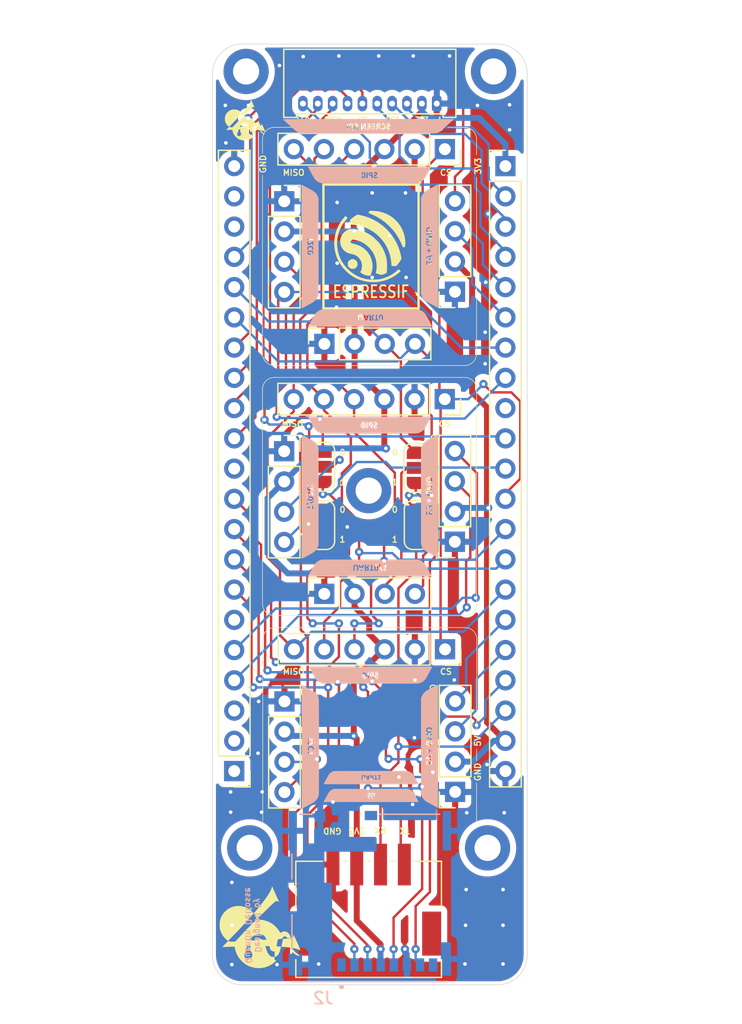
<source format=kicad_pcb>
(kicad_pcb (version 20221018) (generator pcbnew)
  (layers (0 "F.Cu" signal "F.Cu (Sig)") (31 "B.Cu" signal "B.Cu (Sig)") (34 "B.Paste" user) (35 "F.Paste" user) (36 "B.SilkS" user "B.Silkscreen") (37 "F.SilkS" user "F.Silkscreen") (38 "B.Mask" user) (39 "F.Mask" user) (44 "Edge.Cuts" user))
  (net 0 "")
  (net 1 "/I2C0_SDA")
  (net 2 "/I2C0{slash}1_SDA")
  (net 3 "/I2C1_SDA")
  (net 4 "/I2C0_SCL")
  (net 5 "/I2C0{slash}1_SCL")
  (net 6 "/I2C1_SCL")
  (net 7 "/UART0_TX")
  (net 8 "/UART0{slash}1_TX")
  (net 9 "/UART1_TX")
  (net 10 "/UART0_RX")
  (net 11 "/UART0{slash}1_RX")
  (net 12 "/UART1_RX")
  (net 13 "/SPI0_CS")
  (net 14 "GND")
  (net 15 "+3V3")
  (net 16 "/SPI0_CLK")
  (net 17 "/SPI0_MOSI")
  (net 18 "/SPI0_MISO")
  (net 19 "+5V")
  (net 20 "/GPIO15")
  (net 21 "/GPIO14")
  (net 22 "/GPIO45")
  (net 23 "/GPIO4")
  (net 24 "/GPIO26")
  (net 25 "/GPIO21")
  (net 26 "/GPIO0_D{slash}C")
  (net 27 "/GPIO1_RST")
  (net 28 "/GPIO2_SDCS")
  (net 29 "/GPIO3_LED")
  (net 32 "/SPI1_CS")
  (net 33 "/SPI1_MOSI")
  (net 34 "/SPI1_CLK")
  (net 35 "/SPI1_MISO")
  (net 37 "/SPI2_MISO")
  (net 38 "/SPI2_CLK")
  (net 39 "/SPI2_MOSI")
  (net 40 "/SPI2_CS")
  (footprint "Connector_PinHeader_2.54mm:PinHeader_1x21_P2.54mm_Vertical" (layer "F.Cu") (at 155.9 98.05 180)
    (fp_text reference "J3" hide)
    (fp_text value "ESP32_Conn_J3")
  )
  (footprint "Connector_PinSocket_2.54mm:PinSocket_1x04_P2.54mm_Vertical" (layer "F.Cu") (at 160.1 71.192893)
    (fp_text reference "J21" hide)
    (fp_text value "Conn_01x04_Female")
  )
  (footprint "Jumper:SolderJumper-3_P1.3mm_Open_RoundedPad1.0x1.5mm" (layer "F.Cu") (at 171.1575 72.592893 -90)
    (fp_text reference "JP4" hide)
    (fp_text value "SolderJumper_3_Open")
  )
  (footprint "Jumper:SolderJumper-3_P1.3mm_Open_RoundedPad1.0x1.5mm" (layer "F.Cu") (at 163.3425 72.5 -90)
    (fp_text reference "JP2" hide)
    (fp_text value "SolderJumper_3_Open")
  )
  (footprint "Connector_PinSocket_2.54mm:PinSocket_1x06_P2.54mm_Vertical" (layer "F.Cu") (at 173.607107 45.825 -90)
    (fp_text reference "J10" hide)
    (fp_text value "Conn_01x06_Female")
  )
  (footprint "Connector_PinSocket_2.54mm:PinSocket_1x04_P2.54mm_Vertical" (layer "F.Cu") (at 160.125 92.2)
    (fp_text reference "J31" hide)
    (fp_text value "Conn_01x04_Female")
  )
  (footprint "Connector_PinSocket_2.54mm:PinSocket_1x04_P2.54mm_Vertical" (layer "F.Cu") (at 174.475 99.8 180)
    (fp_text reference "J33" hide)
    (fp_text value "Conn_01x04_Female")
  )
  (footprint "LOGO" (layer "F.Cu") (at 156.7 43.5 90)
    (fp_text reference "G***" hide)
    (fp_text value "LOGO" hide)
  )
  (footprint "Connector_PinSocket_2.54mm:PinSocket_1x06_P2.54mm_Vertical" (layer "F.Cu") (at 173.6 66.817893 -90)
    (fp_text reference "J20" hide)
    (fp_text value "Conn_01x06_Female")
  )
  (footprint "KiCAD_Components_Footprints_Local:Conn_seed_114020164" (layer "F.Cu") (at 170.2 105.9 180)
    (fp_text reference "J32" hide)
    (fp_text value "114020164" hide)
  )
  (footprint "Connector_Molex:Molex_PicoBlade_53048-1010_1x10_P1.25mm_Horizontal" (layer "F.Cu") (at 172.925 42 180)
    (fp_text reference "J40" hide)
    (fp_text value "Screen_connector")
  )
  (footprint "MountingHole:MountingHole_2.2mm_M2_DIN965_Pad_TopBottom" (layer "F.Cu") (at 156.9 39.3)
    (fp_text reference "H0" hide)
    (fp_text value "MountingHole")
  )
  (footprint "Connector_PinSocket_2.54mm:PinSocket_1x04_P2.54mm_Vertical" (layer "F.Cu") (at 160.107107 50.2)
    (fp_text reference "J11" hide)
    (fp_text value "Conn_01x04_Female")
  )
  (footprint "Connector_PinHeader_2.54mm:PinHeader_1x21_P2.54mm_Vertical" (layer "F.Cu") (at 178.7 47.25)
    (fp_text reference "J1" hide)
    (fp_text value "ESP32_Conn_J1")
  )
  (footprint "Connector_PinSocket_2.54mm:PinSocket_1x04_P2.54mm_Vertical" (layer "F.Cu") (at 174.457107 57.8 180)
    (fp_text reference "J13" hide)
    (fp_text value "Conn_01x04_Female")
  )
  (footprint "Connector_PinSocket_2.54mm:PinSocket_1x04_P2.54mm_Vertical" (layer "F.Cu") (at 163.475 83.167893 90)
    (fp_text reference "J22" hide)
    (fp_text value "Conn_01x04_Female")
  )
  (footprint "MountingHole:MountingHole_2.2mm_M2_DIN965_Pad_TopBottom" (layer "F.Cu") (at 177.2 104.5)
    (fp_text reference "H2" hide)
    (fp_text value "MountingHole")
  )
  (footprint "Connector_PinSocket_2.54mm:PinSocket_1x04_P2.54mm_Vertical" (layer "F.Cu") (at 163.482107 62.175 90)
    (fp_text reference "J12" hide)
    (fp_text value "Conn_01x04_Female")
  )
  (footprint "Jumper:SolderJumper-3_P1.3mm_Open_RoundedPad1.0x1.5mm" (layer "F.Cu") (at 163.3425 77.392893 -90)
    (fp_text reference "JP1" hide)
    (fp_text value "SolderJumper_3_Open")
  )
  (footprint "LOGO" (layer "F.Cu") (at 167.3 54)
    (fp_text reference "G***" hide)
    (fp_text value "LOGO" hide)
  )
  (footprint "Connector_PinSocket_2.54mm:PinSocket_1x04_P2.54mm_Vertical" (layer "F.Cu") (at 174.45 78.792893 180)
    (fp_text reference "J23" hide)
    (fp_text value "Conn_01x04_Female")
  )
  (footprint "MountingHole:MountingHole_2.2mm_M2_DIN965_Pad_TopBottom" (layer "F.Cu") (at 167.2 74.5)
    (fp_text reference "H4" hide)
    (fp_text value "MountingHole")
  )
  (footprint "Jumper:SolderJumper-3_P1.3mm_Open_RoundedPad1.0x1.5mm" (layer "F.Cu") (at 171.2 77.392893 -90)
    (fp_text reference "JP3" hide)
    (fp_text value "SolderJumper_3_Open")
  )
  (footprint "Connector_PinSocket_2.54mm:PinSocket_1x06_P2.54mm_Vertical" (layer "F.Cu") (at 173.625 87.825 -90)
    (fp_text reference "J30" hide)
    (fp_text value "Conn_01x06_Female")
  )
  (footprint "MountingHole:MountingHole_2.2mm_M2_DIN965_Pad_TopBottom" (layer "F.Cu") (at 157.2 104.5)
    (fp_text reference "H3" hide)
    (fp_text value "MountingHole")
  )
  (footprint "MountingHole:MountingHole_2.2mm_M2_DIN965_Pad_TopBottom" (layer "F.Cu") (at 177.7 39.3)
    (fp_text reference "H1" hide)
    (fp_text value "MountingHole")
  )
  (footprint "LOGO" (layer "F.Cu") (at 157.85 111.4 90)
    (fp_text reference "G***" hide)
    (fp_text value "LOGO" hide)
  )
  (footprint "LOGO" (layer "B.Cu") (at 167.3 69)
    (fp_text reference "G***" hide)
    (fp_text value "LOGO" hide)
  )
  (footprint "LOGO" (layer "B.Cu") (at 167.4 90)
    (fp_text reference "G***" hide)
    (fp_text value "LOGO" hide)
  )
  (footprint "LOGO" (layer "B.Cu") (at 162.3 75 90)
    (fp_text reference "G***" hide)
    (fp_text value "LOGO" hide)
  )
  (footprint "LOGO" (layer "B.Cu") (at 167.3 60 180)
    (fp_text reference "G***" hide)
    (fp_text value "LOGO" hide)
  )
  (footprint "LOGO" (layer "B.Cu") (at 167.3 81 180)
    (fp_text reference "G***" hide)
    (fp_text value "LOGO" hide)
  )
  (footprint "LOGO" (layer "B.Cu") (at 167.4 100.1 180)
    (fp_text reference "G***" hide)
    (fp_text value "LOGO" hide)
  )
  (footprint "LOGO" (layer "B.Cu") (at 172.3 75 -90)
    (fp_text reference "G***" hide)
    (fp_text value "LOGO" hide)
  )
  (footprint "LOGO" (layer "B.Cu") (at 167.4 98.6 180)
    (fp_text reference "G***" hide)
    (fp_text value "LOGO" hide)
  )
  (footprint "LOGO" (layer "B.Cu") (at 167.3 48)
    (fp_text reference "G***" hide)
    (fp_text value "LOGO" hide)
  )
  (footprint "0_Connectors:MOLEX_503398-1892" (layer "B.Cu") (at 167.3 108.7)
    (fp_text reference "J2")
    (fp_text value "Mico_SD_Socket")
  )
  (footprint "LOGO" (layer "B.Cu") (at 167.2 43.9)
    (fp_text reference "G***" hide)
    (fp_text value "LOGO" hide)
  )
  (footprint "LOGO" (layer "B.Cu") (at 172.3 54 -90)
    (fp_text reference "G***" hide)
    (fp_text value "LOGO" hide)
  )
  (footprint "LOGO" (layer "B.Cu") (at 162.3 96 90)
    (fp_text reference "G***" hide)
    (fp_text value "LOGO" hide)
  )
  (footprint "LOGO" (layer "B.Cu") (at 172.3 96 -90)
    (fp_text reference "G***" hide)
    (fp_text value "LOGO" hide)
  )
  (footprint "LOGO" (layer "B.Cu") (at 162.3 54 90)
    (fp_text reference "G***" hide)
    (fp_text value "LOGO" hide)
  )
  (gr_line (start 158.275 83.992893) (end 158.275 65.992893) (stroke (width 0.05)) (layer "F.SilkS"))
  (gr_line (start 159.3 86) (end 175.3 86) (stroke (width 0.05)) (layer "F.SilkS"))
  (gr_line (start 176.275 48.2) (end 176.275 62.992893) (stroke (width 0.05)) (layer "F.SilkS"))
  (gr_arc (start 175.275 43.992893) (mid 175.982107 44.285786) (end 176.275 44.992893) (stroke (width 0.05)) (layer "F.SilkS"))
  (gr_line (start 159.275 64.992893) (end 175.275 64.992893) (stroke (width 0.05)) (layer "F.SilkS"))
  (gr_line (start 175.275 63.992893) (end 159.275 63.992893) (stroke (width 0.05)) (layer "F.SilkS"))
  (gr_arc (start 158.275 65.992893) (mid 158.567893 65.285786) (end 159.275 64.992893) (stroke (width 0.05)) (layer "F.SilkS"))
  (gr_arc (start 159.275 84.992893) (mid 158.567893 84.7) (end 158.275 83.992893) (stroke (width 0.05)) (layer "F.SilkS"))
  (gr_line (start 163.4 59.2) (end 163.4 48.8) (stroke (width 0.2)) (layer "F.SilkS"))
  (gr_line (start 163.4 48.8) (end 171.4 48.8) (stroke (width 0.2)) (layer "F.SilkS"))
  (gr_line (start 176.275 99.05) (end 176.275 102.275) (stroke (width 0.05)) (layer "F.SilkS"))
  (gr_line (start 158.275 62.992893) (end 158.275 48) (stroke (width 0.05)) (layer "F.SilkS"))
  (gr_arc (start 175.3 86) (mid 176.007107 86.292893) (end 176.3 87) (stroke (width 0.05)) (layer "F.SilkS"))
  (gr_line (start 171.4 59.2) (end 163.4 59.2) (stroke (width 0.2)) (layer "F.SilkS"))
  (gr_line (start 175.275 84.992893) (end 159.275 84.992893) (stroke (width 0.05)) (layer "F.SilkS"))
  (gr_line (start 158.3 94.7) (end 158.3 87) (stroke (width 0.05)) (layer "F.SilkS"))
  (gr_line (start 176.275 46.3) (end 176.275 44.992893) (stroke (width 0.05)) (layer "F.SilkS"))
  (gr_arc (start 158.275 44.992893) (mid 158.567893 44.285786) (end 159.275 43.992893) (stroke (width 0.05)) (layer "F.SilkS"))
  (gr_line (start 176.275 96.2) (end 176.275 97.175) (stroke (width 0.05)) (layer "F.SilkS"))
  (gr_arc (start 158.3 87) (mid 158.592893 86.292893) (end 159.3 86) (stroke (width 0.05)) (layer "F.SilkS"))
  (gr_line (start 171.4 48.8) (end 171.4 59.2) (stroke (width 0.2)) (layer "F.SilkS"))
  (gr_line (start 158.3 102.3) (end 158.3 94.7) (stroke (width 0.05)) (layer "F.SilkS"))
  (gr_arc (start 175.275 64.992893) (mid 175.982107 65.285786) (end 176.275 65.992893) (stroke (width 0.05)) (layer "F.SilkS"))
  (gr_line (start 158.275 46.2) (end 158.275 44.992893) (stroke (width 0.05)) (layer "F.SilkS"))
  (gr_line (start 159.275 43.992893) (end 162.125 43.992893) (stroke (width 0.05)) (layer "F.SilkS"))
  (gr_line (start 176.275 65.992893) (end 176.275 83.992893) (stroke (width 0.05)) (layer "F.SilkS"))
  (gr_arc (start 176.275 62.992893) (mid 175.982107 63.7) (end 175.275 63.992893) (stroke (width 0.05)) (layer "F.SilkS"))
  (gr_line (start 173.85 43.992893) (end 175.275 43.992893) (stroke (width 0.05)) (layer "F.SilkS"))
  (gr_arc (start 159.275 63.992893) (mid 158.567893 63.7) (end 158.275 62.992893) (stroke (width 0.05)) (layer "F.SilkS"))
  (gr_line (start 176.3 87) (end 176.3 94.775) (stroke (width 0.05)) (layer "F.SilkS"))
  (gr_arc (start 176.275 83.992893) (mid 175.982107 84.7) (end 175.275 84.992893) (stroke (width 0.05)) (layer "F.SilkS"))
  (gr_line (start 180.53 39.5) (end 180.53 113.5) (stroke (width 0.05)) (layer "Edge.Cuts"))
  (gr_arc (start 180.53 113.5) (mid 179.797767 115.267767) (end 178.03 116) (stroke (width 0.05)) (layer "Edge.Cuts"))
  (gr_arc (start 156.57 116) (mid 154.802233 115.267767) (end 154.07 113.5) (stroke (width 0.05)) (layer "Edge.Cuts"))
  (gr_line (start 156.57 37) (end 178.03 37) (stroke (width 0.05)) (layer "Edge.Cuts"))
  (gr_line (start 154.07 113.5) (end 154.07 39.5) (stroke (width 0.05)) (layer "Edge.Cuts"))
  (gr_arc (start 178.03 37) (mid 179.797767 37.732233) (end 180.53 39.5) (stroke (width 0.05)) (layer "Edge.Cuts"))
  (gr_arc (start 154.07 39.5) (mid 154.802233 37.732233) (end 156.57 37) (stroke (width 0.05)) (layer "Edge.Cuts"))
  (gr_line (start 178.03 116) (end 156.57 116) (stroke (width 0.05)) (layer "Edge.Cuts"))
  (gr_text "Designed by\nQuentin Delfosse" (at 157.5 111 270) (layer "B.SilkS") (effects (font (size 0.5 0.5) (thickness 0.1)) (justify mirror)))
  (gr_text "GPIO14" (at 172.6 92.1 270) (layer "F.SilkS") (effects (font (size 0.5 0.5) (thickness 0.1))))
  (gr_text "CLK" (at 166 47.8) (layer "F.SilkS") (effects (font (size 0.5 0.5) (thickness 0.1))))
  (gr_text "SDA" (at 162 99.8 90) (layer "F.SilkS") (effects (font (size 0.5 0.5) (thickness 0.1))))
  (gr_text "MISO" (at 160.9 47.8) (layer "F.SilkS") (effects (font (size 0.5 0.5) (thickness 0.1))))
  (gr_text "SD_CS" (at 167.9 44) (layer "F.SilkS") (effects (font (size 0.5 0.4) (thickness 0.1))))
  (gr_text "CLK" (at 162.9 44) (layer "F.SilkS") (effects (font (size 0.5 0.4) (thickness 0.1))))
  (gr_text "GND" (at 161.9925 71.3 90) (layer "F.SilkS") (effects (font (size 0.5 0.5) (thickness 0.1))))
  (gr_text "1" (at 169.4 78.6) (layer "F.SilkS") (effects (font (size 0.5 0.5) (thickness 0.1))))
  (gr_text "1" (at 165 78.6) (layer "F.SilkS") (effects (font (size 0.5 0.5) (thickness 0.1))))
  (gr_text "ESPRESSIF" (at 167.4 57.8) (layer "F.SilkS") (effects (font (size 1 0.8))))
  (gr_text "CS" (at 173.7 47.8) (layer "F.SilkS") (effects (font (size 0.5 0.5) (thickness 0.1))))
  (gr_text "5V" (at 172.5 97.3 270) (layer "F.SilkS") (effects (font (size 0.5 0.5) (thickness 0.1))))
  (gr_text "0" (at 165 76.1) (layer "F.SilkS") (effects (font (size 0.5 0.5) (thickness 0.1))))
  (gr_text "D/C" (at 170.4 44) (layer "F.SilkS") (effects (font (size 0.5 0.4) (thickness 0.1))))
  (gr_text "SCL" (at 162 76.192893 90) (layer "F.SilkS") (effects (font (size 0.5 0.5) (thickness 0.1))))
  (gr_text "GPIO4" (at 172.4 52.807107 270) (layer "F.SilkS") (effects (font (size 0.5 0.5) (thickness 0.1))))
  (gr_text "5V" (at 172.6 76.4 270) (layer "F.SilkS") (effects (font (size 0.5 0.5) (thickness 0.1))))
  (gr_text "GND" (at 176.375 98.125 90) (layer "F.SilkS") (effects (font (size 0.5 0.5) (thickness 0.1))))
  (gr_text "MOSI" (at 163.6 89.7) (layer "F.SilkS") (effects (font (size 0.5 0.5) (thickness 0.1))))
  (gr_text "0" (at 169.4 76.1) (layer "F.SilkS") (effects (font (size 0.5 0.5) (thickness 0.1))))
  (gr_text "MISO" (at 160.9 89.7) (layer "F.SilkS") (effects (font (size 0.5 0.5) (thickness 0.1))))
  (gr_text "GND" (at 172.6075 78.799999 270) (layer "F.SilkS") (effects (font (size 0.5 0.5) (thickness 0.1))))
  (gr_text "GND" (at 172.9 44) (layer "F.SilkS") (effects (font (size 0.5 0.4) (thickness 0.1))))
  (gr_text "GPIO26" (at 172.7 71.1 270) (layer "F.SilkS") (effects (font (size 0.5 0.5) (thickness 0.1))))
  (gr_text "GND" (at 172.4075 57.699999 270) (layer "F.SilkS") (effects (font (size 0.5 0.5) (thickness 0.1))))
  (gr_text "CLK" (at 166 89.7) (layer "F.SilkS") (effects (font (size 0.5 0.5) (thickness 0.1))))
  (gr_text "GND" (at 163.5 60.3 180) (layer "F.SilkS") (effects (font (size 0.5 0.5) (thickness 0.1))))
  (gr_text "SCL" (at 162.1 97.192893 90) (layer "F.SilkS") (effects (font (size 0.5 0.5) (thickness 0.1))))
  (gr_text "TX" (at 171.1 81.3 180) (layer "F.SilkS") (effects (font (size 0.5 0.5) (thickness 0.1))))
  (gr_text "1" (at 169.4 73.8) (layer "F.SilkS") (effects (font (size 0.5 0.5) (thickness 0.1))))
  (gr_text "3V3" (at 162.2 52.7 90) (layer "F.SilkS") (effects (font (size 0.5 0.5) (thickness 0.1))))
  (gr_text "3V3" (at 166.2 103.05 180) (layer "F.SilkS") (effects (font (size 0.5 0.5) (thickness 0.1))))
  (gr_text "3V3" (at 168.5 68.9) (layer "F.SilkS") (effects (font (size 0.5 0.5) (thickness 0.1))))
  (gr_text "MISO" (at 160.8 68.9) (layer "F.SilkS") (effects (font (size 0.5 0.5) (thickness 0.1))))
  (gr_text "GND" (at 172.5075 99.699999 270) (layer "F.SilkS") (effects (font (size 0.5 0.5) (thickness 0.1))))
  (gr_text "CS" (at 166.7 43.4) (layer "F.SilkS") (effects (font (size 0.5 0.4) (thickness 0.1))))
  (gr_text "3V3" (at 168.6 47.8) (layer "F.SilkS") (effects (font (size 0.5 0.5) (thickness 0.1))))
  (gr_text "SDA" (at 162.1 57.8 90) (layer "F.SilkS") (effects (font (size 0.5 0.5) (thickness 0.1))))
  (gr_text "0" (at 165 71.3) (layer "F.SilkS") (effects (font (size 0.5 0.5) (thickness 0.1))))
  (gr_text "GND" (at 171.1 47.8) (layer "F.SilkS") (effects (font (size 0.5 0.5) (thickness 0.1))))
  (gr_text "GPIO5" (at 172.5 50.2 270) (layer "F.SilkS") (effects (font (size 0.5 0.5) (thickness 0.1))))
  (gr_text "3V3" (at 162 73.7 90) (layer "F.SilkS") (effects (font (size 0.5 0.5) (thickness 0.1))))
  (gr_text "MOSI" (at 163.6 47.8) (layer "F.SilkS") (effects (font (size 0.5 0.5) (thickness 0.1))))
  (gr_text "RX" (at 168.5 81.3 180) (layer "F.SilkS") (effects (font (size 0.5 0.5) (thickness 0.1))))
  (gr_text "3V3" (at 162.1 94.7 90) (layer "F.SilkS") (effects (font (size 0.5 0.5) (thickness 0.1))))
  (gr_text "GND" (at 162.0925 92.3 90) (layer "F.SilkS") (effects (font (size 0.5 0.5) (thickness 0.1))))
  (gr_text "3V3" (at 168.6 89.7) (layer "F.SilkS") (effects (font (size 0.5 0.5) (thickness 0.1))))
  (gr_text "GND" (at 171.1 89.7) (layer "F.SilkS") (effects (font (size 0.5 0.5) (thickness 0.1))))
  (gr_text "CS" (at 173.6 68.9) (layer "F.SilkS") (effects (font (size 0.5 0.5) (thickness 0.1))))
  (gr_text "GPIO21" (at 172.6 74 270) (layer "F.SilkS") (effects (font (size 0.5 0.5) (thickness 0.1))))
  (gr_text "RX" (at 168.2 103.025 180) (layer "F.SilkS") (effects (font (size 0.5 0.5) (thickness 0.1))))
  (gr_text "3V3" (at 176.4 47.25 90) (layer "F.SilkS") (effects (font (size 0.5 0.5) (thickness 0.1))))
  (gr_text "TX" (at 171.2 60.3 180) (layer "F.SilkS") (effects (font (size 0.5 0.5) (thickness 0.1))))
  (gr_text "5V" (at 176.375 95.525 90) (layer "F.SilkS") (effects (font (size 0.5 0.5) (thickness 0.1))))
  (gr_text "3V3" (at 166.1 81.3 180) (layer "F.SilkS") (effects (font (size 0.5 0.5) (thickness 0.1))))
  (gr_text "RX" (at 168.6 60.3 180) (layer "F.SilkS") (effects (font (size 0.5 0.5) (thickness 0.1))))
  (gr_text "GND" (at 162.1925 50.3 90) (layer "F.SilkS") (effects (font (size 0.5 0.5) (thickness 0.1))))
  (gr_text "0" (at 169.4 71.3) (layer "F.SilkS") (effects (font (size 0.5 0.5) (thickness 0.1))))
  (gr_text "GND" (at 171 68.9) (layer "F.SilkS") (effects (font (size 0.5 0.5) (thickness 0.1))))
  (gr_text "1" (at 165 73.8) (layer "F.SilkS") (effects (font (size 0.5 0.5) (thickness 0.1))))
  (gr_text "SCL" (at 162.2 55.192893 90) (layer "F.SilkS") (effects (font (size 0.5 0.5) (thickness 0.1))))
  (gr_text "3V3" (at 171.7 43.4) (layer "F.SilkS") (effects (font (size 0.5 0.4) (thickness 0.1))))
  (gr_text "5V" (at 172.4 55.3 270) (layer "F.SilkS") (effects (font (size 0.5 0.5) (thickness 0.1))))
  (gr_text "GND" (at 163.5 81.3 180) (layer "F.SilkS") (effects (font (size 0.5 0.5) (thickness 0.1))))
  (gr_text "RST" (at 169.2 43.4) (layer "F.SilkS") (effects (font (size 0.5 0.4) (thickness 0.1))))
  (gr_text "MOSI" (at 165.5 44) (layer "F.SilkS") (effects (font (size 0.5 0.4) (thickness 0.1))))
  (gr_text "GND" (at 158.325 47.075 90) (layer "F.SilkS") (effects (font (size 0.5 0.5) (thickness 0.1))))
  (gr_text "MISO" (at 164.2 43.4) (layer "F.SilkS") (effects (font (size 0.5 0.4) (thickness 0.1))))
  (gr_text "MOSI" (at 163.5 68.9) (layer "F.SilkS") (effects (font (size 0.5 0.5) (thickness 0.1))))
  (gr_text "GPIO15" (at 172.5 94.9 270) (layer "F.SilkS") (effects (font (size 0.5 0.5) (thickness 0.1))))
  (gr_text "TX" (at 170.25 103.05 180) (layer "F.SilkS") (effects (font (size 0.5 0.5) (thickness 0.1))))
  (gr_text "SDA" (at 161.9 78.8 90) (layer "F.SilkS") (effects (font (size 0.5 0.5) (thickness 0.1))))
  (gr_text "GND" (at 164.15 103.075 180) (layer "F.SilkS") (effects (font (size 0.5 0.5) (thickness 0.1))))
  (gr_text "LED" (at 161.7 43.4) (layer "F.SilkS") (effects (font (size 0.5 0.4) (thickness 0.1))))
  (gr_text "CLK" (at 165.9 68.9) (layer "F.SilkS") (effects (font (size 0.5 0.5) (thickness 0.1))))
  (gr_text "CS" (at 173.7 89.7) (layer "F.SilkS") (effects (font (size 0.5 0.5) (thickness 0.1))))
  (gr_text "3V3" (at 166.1 60.3 180) (layer "F.SilkS") (effects (font (size 0.5 0.5) (thickness 0.1))))
  (segment (start 162.15 69.1) (end 162.2 69.15) (width 0.2) (layer "F.Cu") (net 1))
  (segment (start 162.2 69.15) (end 162.2 75) (width 0.2) (layer "F.Cu") (net 1))
  (segment (start 160.107107 57.82) (end 159.6 58.327107) (width 0.2) (layer "F.Cu") (net 1))
  (segment (start 159.6 65.3) (end 158.45 66.45) (width 0.2) (layer "F.Cu") (net 1))
  (segment (start 159.6 58.327107) (end 159.6 65.3) (width 0.2) (layer "F.Cu") (net 1))
  (segment (start 163.292893 76.092893) (end 163.3425 76.092893) (width 0.2) (layer "F.Cu") (net 1))
  (segment (start 162.2 75) (end 163.292893 76.092893) (width 0.2) (layer "F.Cu") (net 1))
  (segment (start 158.45 66.45) (end 158.45 68.55) (width 0.2) (layer "F.Cu") (net 1))
  (via (at 158.45 68.55) (size 0.7) (drill 0.3) (layers "F.Cu" "B.Cu") (net 1))
  (via (at 162.15 69.1) (size 0.7) (drill 0.3) (layers "F.Cu" "B.Cu") (net 1))
  (segment (start 170.32 57.82) (end 174.99 62.49) (width 0.2) (layer "B.Cu") (net 1))
  (segment (start 174.99 62.49) (end 178.7 62.49) (width 0.2) (layer "B.Cu") (net 1))
  (segment (start 160.107107 57.82) (end 170.32 57.82) (width 0.2) (layer "B.Cu") (net 1))
  (segment (start 162.15 69.1) (end 162 68.95) (width 0.2) (layer "B.Cu") (net 1))
  (segment (start 162 68.95) (end 158.85 68.95) (width 0.2) (layer "B.Cu") (net 1))
  (segment (start 158.85 68.95) (end 158.45 68.55) (width 0.2) (layer "B.Cu") (net 1))
  (segment (start 163.3425 77.392893) (end 162.242893 77.392893) (width 0.2) (layer "F.Cu") (net 2))
  (segment (start 162.242893 77.392893) (end 162.15 77.3) (width 0.2) (layer "F.Cu") (net 2))
  (via (at 162.15 77.3) (size 0.7) (drill 0.3) (layers "F.Cu" "B.Cu") (net 2))
  (segment (start 161.612893 77.3) (end 160.1 78.812893) (width 0.2) (layer "B.Cu") (net 2))
  (segment (start 162.15 77.3) (end 161.612893 77.3) (width 0.2) (layer "B.Cu") (net 2))
  (segment (start 163.3425 78.692893) (end 163.307107 78.692893) (width 0.2) (layer "F.Cu") (net 3))
  (segment (start 162.075 97.87) (end 160.125 99.82) (width 0.2) (layer "F.Cu") (net 3))
  (segment (start 163.307107 78.692893) (end 161.5 80.5) (width 0.2) (layer "F.Cu") (net 3))
  (segment (start 161.45 77.85) (end 161.45 69.95) (width 0.2) (layer "F.Cu") (net 3))
  (segment (start 162.292893 78.692893) (end 161.45 77.85) (width 0.2) (layer "F.Cu") (net 3))
  (segment (start 162.075 86.775) (end 162.075 97.87) (width 0.2) (layer "F.Cu") (net 3))
  (segment (start 163.3425 78.692893) (end 162.292893 78.692893) (width 0.2) (layer "F.Cu") (net 3))
  (segment (start 161.5 86.2) (end 162.075 86.775) (width 0.2) (layer "F.Cu") (net 3))
  (segment (start 161.5 80.5) (end 161.5 86.2) (width 0.2) (layer "F.Cu") (net 3))
  (via (at 161.45 69.95) (size 0.7) (drill 0.3) (layers "F.Cu" "B.Cu") (net 3))
  (segment (start 178.54 69.95) (end 178.7 70.11) (width 0.2) (layer "B.Cu") (net 3))
  (segment (start 161.45 69.95) (end 178.54 69.95) (width 0.2) (layer "B.Cu") (net 3))
  (segment (start 163.1 68.5) (end 163.3425 68.7425) (width 0.2) (layer "F.Cu") (net 4))
  (segment (start 160.25 65.55) (end 160.25 59.45) (width 0.2) (layer "F.Cu") (net 4))
  (segment (start 159.472464 68.3005) (end 159.472464 66.327536) (width 0.2) (layer "F.Cu") (net 4))
  (segment (start 161.5 56.672893) (end 160.107107 55.28) (width 0.2) (layer "F.Cu") (net 4))
  (segment (start 161.5 58.2) (end 161.5 56.672893) (width 0.2) (layer "F.Cu") (net 4))
  (segment (start 163.3425 68.7425) (end 163.3425 71.2) (width 0.2) (layer "F.Cu") (net 4))
  (segment (start 159.472464 66.327536) (end 160.25 65.55) (width 0.2) (layer "F.Cu") (net 4))
  (segment (start 160.25 59.45) (end 161.5 58.2) (width 0.2) (layer "F.Cu") (net 4))
  (via (at 159.472464 68.3005) (size 0.7) (drill 0.3) (layers "F.Cu" "B.Cu") (net 4))
  (via (at 163.1 68.5) (size 0.7) (drill 0.3) (layers "F.Cu" "B.Cu") (net 4))
  (segment (start 163.1 68.5) (end 163.15 68.45) (width 0.2) (layer "B.Cu") (net 4))
  (segment (start 159.571964 68.4) (end 162.8 68.4) (width 0.2) (layer "B.Cu") (net 4))
  (segment (start 163.15 68.45) (end 175.28 68.45) (width 0.2) (layer "B.Cu") (net 4))
  (segment (start 159.472464 68.3005) (end 159.571964 68.4) (width 0.2) (layer "B.Cu") (net 4))
  (segment (start 162.9 68.5) (end 163.1 68.5) (width 0.2) (layer "B.Cu") (net 4))
  (segment (start 162.8 68.4) (end 162.9 68.5) (width 0.2) (layer "B.Cu") (net 4))
  (segment (start 175.28 68.45) (end 178.7 65.03) (width 0.2) (layer "B.Cu") (net 4))
  (segment (start 164.181468 72.5) (end 163.3425 72.5) (width 0.2) (layer "F.Cu") (net 5))
  (segment (start 164.765734 71.915734) (end 164.181468 72.5) (width 0.2) (layer "F.Cu") (net 5))
  (via (at 164.765734 71.915734) (size 0.7) (drill 0.3) (layers "F.Cu" "B.Cu") (net 5))
  (segment (start 164.765734 71.915734) (end 164.457159 71.915734) (width 0.2) (layer "B.Cu") (net 5))
  (segment (start 164.457159 71.915734) (end 160.1 76.272893) (width 0.2) (layer "B.Cu") (net 5))
  (segment (start 162.5 85.6495) (end 162.05 85.1995) (width 0.2) (layer "F.Cu") (net 6))
  (segment (start 163.9 74.8) (end 163.35 74.8) (width 0.2) (layer "F.Cu") (net 6))
  (segment (start 164.7 88.45) (end 162.65 90.5) (width 0.2) (layer "F.Cu") (net 6))
  (segment (start 163.3425 73.8) (end 163.3425 74.7925) (width 0.2) (layer "F.Cu") (net 6))
  (segment (start 164.7 85.6495) (end 164.7 88.45) (width 0.2) (layer "F.Cu") (net 6))
  (segment (start 162.05 85.1995) (end 162.05 81.55) (width 0.2) (layer "F.Cu") (net 6))
  (segment (start 164.5 75.4) (end 163.9 74.8) (width 0.2) (layer "F.Cu") (net 6))
  (segment (start 163.3425 74.7925) (end 163.35 74.8) (width 0.2) (layer "F.Cu") (net 6))
  (segment (start 162.05 81.55) (end 164.5 79.1) (width 0.2) (layer "F.Cu") (net 6))
  (segment (start 164.5 79.1) (end 164.5 75.4) (width 0.2) (layer "F.Cu") (net 6))
  (segment (start 162.65 90.5) (end 162.65 96.85) (width 0.2) (layer "F.Cu") (net 6))
  (segment (start 162.65 96.85) (end 162.85 97.05) (width 0.2) (layer "F.Cu") (net 6))
  (via (at 164.7 85.6495) (size 0.7) (drill 0.3) (layers "F.Cu" "B.Cu") (net 6))
  (via (at 162.5 85.6495) (size 0.7) (drill 0.3) (layers "F.Cu" "B.Cu") (net 6))
  (via (at 162.85 97.05) (size 0.7) (drill 0.3) (layers "F.Cu" "B.Cu") (net 6))
  (via (at 163.35 74.8) (size 0.7) (drill 0.3) (layers "F.Cu" "B.Cu") (net 6))
  (segment (start 162.85 97.05) (end 162.62 97.28) (width 0.2) (layer "B.Cu") (net 6))
  (segment (start 164.7 73.6) (end 164.7 74.15) (width 0.2) (layer "B.Cu") (net 6))
  (segment (start 166.2 72.1) (end 164.7 73.6) (width 0.2) (layer "B.Cu") (net 6))
  (segment (start 168.65 72.1) (end 166.2 72.1) (width 0.2) (layer "B.Cu") (net 6))
  (segment (start 162.5 85.6495) (end 164.7 85.6495) (width 0.2) (layer "B.Cu") (net 6))
  (segment (start 178.612893 72.562893) (end 169.112893 72.562893) (width 0.2) (layer "B.Cu") (net 6))
  (segment (start 178.7 72.65) (end 178.612893 72.562893) (width 0.2) (layer "B.Cu") (net 6))
  (segment (start 169.112893 72.562893) (end 168.65 72.1) (width 0.2) (layer "B.Cu") (net 6))
  (segment (start 164.05 74.8) (end 163.35 74.8) (width 0.2) (layer "B.Cu") (net 6))
  (segment (start 162.62 97.28) (end 160.125 97.28) (width 0.2) (layer "B.Cu") (net 6))
  (segment (start 164.7 74.15) (end 164.05 74.8) (width 0.2) (layer "B.Cu") (net 6))
  (segment (start 172.3 68.033946) (end 172.3 63.372893) (width 0.2) (layer "F.Cu") (net 7))
  (segment (start 172.5 74.9) (end 172.5 68.233946) (width 0.2) (layer "F.Cu") (net 7))
  (segment (start 172.3 63.372893) (end 171.102107 62.175) (width 0.2) (layer "F.Cu") (net 7))
  (segment (start 170.6 74.9) (end 170.6 75.492893) (width 0.2) (layer "F.Cu") (net 7))
  (segment (start 170.6 75.492893) (end 171.2 76.092893) (width 0.2) (layer "F.Cu") (net 7))
  (segment (start 172.5 68.233946) (end 172.3 68.033946) (width 0.2) (layer "F.Cu") (net 7))
  (via (at 170.6 74.9) (size 0.7) (drill 0.3) (layers "F.Cu" "B.Cu") (net 7))
  (via (at 172.5 74.9) (size 0.7) (drill 0.3) (layers "F.Cu" "B.Cu") (net 7))
  (segment (start 172.5 74.9) (end 170.6 74.9) (width 0.2) (layer "B.Cu") (net 7))
  (segment (start 155.9 59.95) (end 159.6 63.65) (width 0.2) (layer "B.Cu") (net 7))
  (segment (start 159.6 63.65) (end 169.627107 63.65) (width 0.2) (layer "B.Cu") (net 7))
  (segment (start 169.627107 63.65) (end 171.102107 62.175) (width 0.2) (layer "B.Cu") (net 7))
  (segment (start 172.3 78.068629) (end 172.3 79.45) (width 0.2) (layer "F.Cu") (net 8))
  (segment (start 172.074264 77.842893) (end 172.3 78.068629) (width 0.2) (layer "F.Cu") (net 8))
  (segment (start 171.781446 79.968554) (end 171.781446 82.481446) (width 0.2) (layer "F.Cu") (net 8))
  (segment (start 172.3 79.45) (end 171.781446 79.968554) (width 0.2) (layer "F.Cu") (net 8))
  (segment (start 171.65 77.842893) (end 172.074264 77.842893) (width 0.2) (layer "F.Cu") (net 8))
  (segment (start 171.2 77.392893) (end 171.65 77.842893) (width 0.2) (layer "F.Cu") (net 8))
  (segment (start 171.781446 82.481446) (end 171.095 83.167893) (width 0.2) (layer "F.Cu") (net 8))
  (segment (start 171.2 81.2) (end 169.705 82.695) (width 0.2) (layer "F.Cu") (net 9))
  (segment (start 169.705 95.995) (end 169.705 97.345) (width 0.2) (layer "F.Cu") (net 9))
  (segment (start 168.200004 98.849996) (end 168.200004 105.9) (width 0.2) (layer "F.Cu") (net 9))
  (segment (start 171.2 78.692893) (end 171.2 81.2) (width 0.2) (layer "F.Cu") (net 9))
  (segment (start 169.705 97.345) (end 168.200004 98.849996) (width 0.2) (layer "F.Cu") (net 9))
  (segment (start 169.705 82.695) (end 169.705 95.995) (width 0.2) (layer "F.Cu") (net 9))
  (via (at 169.705 95.995) (size 0.7) (drill 0.3) (layers "F.Cu" "B.Cu") (net 9))
  (segment (start 169.705 95.995) (end 175.675 95.995) (width 0.2) (layer "B.Cu") (net 9))
  (segment (start 175.675 95.995) (end 178.7 92.97) (width 0.2) (layer "B.Cu") (net 9))
  (segment (start 169.91 63.522893) (end 169.91 70.045393) (width 0.2) (layer "F.Cu") (net 10))
  (segment (start 168.562107 62.175) (end 169.91 63.522893) (width 0.2) (layer "F.Cu") (net 10))
  (segment (start 169.91 70.045393) (end 171.1575 71.292893) (width 0.2) (layer "F.Cu") (net 10))
  (segment (start 155.9 57.41) (end 158.79 60.3) (width 0.2) (layer "B.Cu") (net 10))
  (segment (start 158.79 60.3) (end 166.687107 60.3) (width 0.2) (layer "B.Cu") (net 10))
  (segment (start 166.687107 60.3) (end 168.562107 62.175) (width 0.2) (layer "B.Cu") (net 10))
  (segment (start 168.555 82.495) (end 168.555 83.167893) (width 0.2) (layer "F.Cu") (net 11))
  (segment (start 171.1575 72.592893) (end 170.407107 72.592893) (width 0.2) (layer "F.Cu") (net 11))
  (segment (start 169.95 73.05) (end 169.95 81.1) (width 0.2) (layer "F.Cu") (net 11))
  (segment (start 170.407107 72.592893) (end 169.95 73.05) (width 0.2) (layer "F.Cu") (net 11))
  (segment (start 169.95 81.1) (end 168.555 82.495) (width 0.2) (layer "F.Cu") (net 11))
  (segment (start 172.75 76.15) (end 171.1575 74.5575) (width 0.2) (layer "F.Cu") (net 12))
  (segment (start 172.6 98.15) (end 172.35 97.9) (width 0.2) (layer "F.Cu") (net 12))
  (segment (start 169.9 98.7) (end 169.9 105.6) (width 0.2) (layer "F.Cu") (net 12))
  (segment (start 171.1575 74.5575) (end 171.1575 73.892893) (width 0.2) (layer "F.Cu") (net 12))
  (segment (start 176.275 94.2) (end 176.275 93.875) (width 0.2) (layer "F.Cu") (net 12))
  (segment (start 172.35 89.125) (end 172.35 88.95) (width 0.2) (layer "F.Cu") (net 12))
  (segment (start 176.275 93.875) (end 175.875 93.475) (width 0.2) (layer "F.Cu") (net 12))
  (segment (start 172.75 80.1) (end 172.75 76.15) (width 0.2) (layer "F.Cu") (net 12))
  (segment (start 173.025 93.475) (end 172.35 94.15) (width 0.2) (layer "F.Cu") (net 12))
  (segment (start 172.35 94.15) (end 172.35 89.125) (width 0.2) (layer "F.Cu") (net 12))
  (segment (start 172.35 88.95) (end 172.35 80.5) (width 0.2) (layer "F.Cu") (net 12))
  (segment (start 172.35 80.5) (end 172.75 80.1) (width 0.2) (layer "F.Cu") (net 12))
  (segment (start 175.875 93.475) (end 173.025 93.475) (width 0.2) (layer "F.Cu") (net 12))
  (segment (start 169.75 98.55) (end 169.9 98.7) (width 0.2) (layer "F.Cu") (net 12))
  (segment (start 169.9 105.6) (end 170.2 105.9) (width 0.2) (layer "F.Cu") (net 12))
  (segment (start 172.35 97.9) (end 172.35 94.15) (width 0.2) (layer "F.Cu") (net 12))
  (via (at 176.275 94.2) (size 0.7) (drill 0.3) (layers "F.Cu" "B.Cu") (net 12))
  (via (at 172.6 98.15) (size 0.7) (drill 0.3) (layers "F.Cu" "B.Cu") (net 12))
  (via (at 169.75 98.55) (size 0.7) (drill 0.3) (layers "F.Cu" "B.Cu") (net 12))
  (segment (start 172.2 98.55) (end 172.6 98.15) (width 0.2) (layer "B.Cu") (net 12))
  (segment (start 177.025 93.45) (end 177.025 92.105) (width 0.2) (layer "B.Cu") (net 12))
  (segment (start 177.025 92.105) (end 178.7 90.43) (width 0.2) (layer "B.Cu") (net 12))
  (segment (start 176.275 94.2) (end 177.025 93.45) (width 0.2) (layer "B.Cu") (net 12))
  (segment (start 169.75 98.55) (end 172.2 98.55) (width 0.2) (layer "B.Cu") (net 12))
  (segment (start 173.607107 45.825) (end 171.741053 47.691053) (width 0.2) (layer "F.Cu") (net 13))
  (segment (start 173.25 87.45) (end 173.625 87.825) (width 0.2) (layer "F.Cu") (net 13))
  (segment (start 177.55 66.25) (end 176.85 65.55) (width 0.2) (layer "F.Cu") (net 13))
  (segment (start 173.15 66.367893) (end 173.6 66.817893) (width 0.2) (layer "F.Cu") (net 13))
  (segment (start 173.15 59.2) (end 173.15 66.367893) (width 0.2) (layer "F.Cu") (net 13))
  (segment (start 173.6 66.817893) (end 173.6 66.85) (width 0.2) (layer "F.Cu") (net 13))
  (segment (start 178.7 75.19) (end 178.7 74.75) (width 0.2) (layer "F.Cu") (net 13))
  (segment (start 173.25 67.2) (end 173.25 87.45) (width 0.2) (layer "F.Cu") (net 13))
  (segment (start 178.7 74.75) (end 179.95 73.5) (width 0.2) (layer "F.Cu") (net 13))
  (segment (start 173.6 66.85) (end 173.25 67.2) (width 0.2) (layer "F.Cu") (net 13))
  (segment (start 171.741053 47.691053) (end 171.741053 57.791053) (width 0.2) (layer "F.Cu") (net 13))
  (segment (start 171.741053 57.791053) (end 173.15 59.2) (width 0.2) (layer "F.Cu") (net 13))
  (segment (start 179.2 66.25) (end 177.55 66.25) (width 0.2) (layer "F.Cu") (net 13))
  (segment (start 179.95 73.5) (end 179.95 67) (width 0.2) (layer "F.Cu") (net 13))
  (segment (start 179.95 67) (end 179.2 66.25) (width 0.2) (layer "F.Cu") (net 13))
  (via (at 176.85 65.55) (size 0.7) (drill 0.3) (layers "F.Cu" "B.Cu") (net 13))
  (segment (start 176.85 65.55) (end 175.582107 66.817893) (width 0.2) (layer "B.Cu") (net 13))
  (segment (start 175.582107 66.817893) (end 173.6 66.817893) (width 0.2) (layer "B.Cu") (net 13))
  (segment (start 163.475 81.725) (end 165.4 79.8) (width 0.5) (layer "F.Cu") (net 14))
  (segment (start 172.925 42.575) (end 172.925 42) (width 0.2) (layer "F.Cu") (net 14))
  (segment (start 163.475 83.167893) (end 163.475 81.725) (width 0.5) (layer "F.Cu") (net 14))
  (segment (start 165.4 79.8) (end 165.4 77.55) (width 0.5) (layer "F.Cu") (net 14))
  (via (at 163 114.25) (size 0.7) (drill 0.3) (layers "F.Cu" "B.Cu") (net 14))
  (via (at 178.5 114.25) (size 0.7) (drill 0.3) (layers "F.Cu" "B.Cu") (net 14))
  (via (at 158.25 99.8) (size 0.7) (drill 0.3) (layers "F.Cu" "B.Cu") (net 14))
  (via (at 177.05 57) (size 0.7) (drill 0.3) (layers "F.Cu" "B.Cu") (net 14))
  (via (at 164.7 38) (size 0.7) (drill 0.3) (layers "F.Cu" "B.Cu") (net 14))
  (via (at 155.7 107.4) (size 0.7) (drill 0.3) (layers "F.Cu" "B.Cu") (net 14))
  (via (at 157.9 96.55) (size 0.7) (drill 0.3) (layers "F.Cu" "B.Cu") (net 14))
  (via (at 179.05 42.1) (size 0.7) (drill 0.3) (layers "F.Cu" "B.Cu") (net 14))
  (via (at 157.95 92.2) (size 0.7) (drill 0.3) (layers "F.Cu" "B.Cu") (net 14))
  (via (at 179.05 44.2) (size 0.7) (drill 0.3) (layers "F.Cu" "B.Cu") (net 14))
  (via (at 177 61.2) (size 0.7) (drill 0.3) (layers "F.Cu" "B.Cu") (net 14))
  (via (at 170.3 49.5) (size 0.7) (drill 0.3) (layers "F.Cu" "B.Cu") (net 14))
  (via (at 155.15 42.15) (size 0.7) (drill 0.3) (layers "F.Cu" "B.Cu") (net 14))
  (via (at 170.95 38) (size 0.7) (drill 0.3) (layers "F.Cu" "B.Cu") (net 14))
  (via (at 168.95 53.1) (size 0.7) (drill 0.3) (layers "F.Cu" "B.Cu") (net 14))
  (via (at 155.2 45.3) (size 0.7) (drill 0.3) (layers "F.Cu" "B.Cu") (net 14))
  (via (at 175.4 108) (size 0.7) (drill 0.3) (layers "F.Cu" "B.Cu") (net 14))
  (via (at 168.05 38) (size 0.7) (drill 0.3) (layers "F.Cu" "B.Cu") (net 14))
  (via (at 175.3 114.25) (size 0.7) (drill 0.3) (layers "F.Cu" "B.Cu") (net 14))
  (via (at 159.7 38.8) (size 0.7) (drill 0.3) (layers "F.Cu" "B.Cu") (net 14))
  (via (at 159.5 114.3) (size 0.7) (drill 0.3) (layers "F.Cu" "B.Cu") (net 14))
  (via (at 174.4 90.4) (size 0.7) (drill 0.3) (layers "F.Cu" "B.Cu") (net 14))
  (via (at 170.9 100.85) (size 0.7) (drill 0.3) (layers "F.Cu" "B.Cu") (net 14))
  (via (at 175.45 101.55) (size 0.7) (drill 0.3) (layers "F.Cu" "B.Cu") (net 14))
  (via (at 177 63.85) (size 0.7) (drill 0.3) (layers "F.Cu" "B.Cu") (net 14))
  (via (at 177.25 51.25) (size 0.7) (drill 0.3) (layers "F.Cu" "B.Cu") (net 14))
  (via (at 174 38) (size 0.7) (drill 0.3) (layers "F.Cu" "B.Cu") (net 14))
  (via (at 164.55 50.3) (size 0.7) (drill 0.3) (layers "F.Cu" "B.Cu") (net 14))
  (via (at 155.6 101.5) (size 0.7) (drill 0.3) (layers "F.Cu" "B.Cu") (net 14))
  (via (at 178.5 111) (size 0.7) (drill 0.3) (layers "F.Cu" "B.Cu") (net 14))
  (via (at 164.55 55.4) (size 0.7) (drill 0.3) (layers "F.Cu" "B.Cu") (net 14))
  (via (at 161.7 38.05) (size 0.7) (drill 0.3) (layers "F.Cu" "B.Cu") (net 14))
  (via (at 158.2 101.5) (size 0.7) (drill 0.3) (layers "F.Cu" "B.Cu") (net 14))
  (via (at 155.6 99.8) (size 0.7) (drill 0.3) (layers "F.Cu" "B.Cu") (net 14))
  (via (at 178.5 108) (size 0.7) (drill 0.3) (layers "F.Cu" "B.Cu") (net 14))
  (via (at 167.5 56.6) (size 0.7) (drill 0.3) (layers "F.Cu" "B.Cu") (net 14))
  (via (at 178.6 101.55) (size 0.7) (drill 0.3) (layers "F.Cu" "B.Cu") (net 14))
  (via (at 164.5 59.1) (size 0.7) (drill 0.3) (layers "F.Cu" "B.Cu") (net 14))
  (via (at 171.1 90.4) (size 0.7) (drill 0.3) (layers "F.Cu" "B.Cu") (net 14))
  (via (at 177.15 97.5) (size 0.7) (drill 0.3) (layers "F.Cu" "B.Cu") (net 14))
  (via (at 170.25 113) (size 0.7) (drill 0.3) (layers "F.Cu" "B.Cu") (net 14))
  (via (at 165.4 77.55) (size 0.7) (drill 0.3) (layers "F.Cu" "B.Cu") (net 14))
  (via (at 176.35 42.15) (size 0.7) (drill 0.3) (layers "F.Cu" "B.Cu") (net 14))
  (via (at 170.35 56.6) (size 0.7) (drill 0.3) (layers "F.Cu" "B.Cu") (net 14))
  (via (at 175.35 111) (size 0.7) (drill 0.3) (layers "F.Cu" "B.Cu") (net 14))
  (via (at 155.7 114.3) (size 0.7) (drill 0.3) (layers "F.Cu" "B.Cu") (net 14))
  (via (at 155.7 111) (size 0.7) (drill 0.3) (layers "F.Cu" "B.Cu") (net 14))
  (via (at 164.2 100.65) (size 0.7) (drill 0.3) (layers "F.Cu" "B.Cu") (net 14))
  (via (at 157.1 42.15) (size 0.7) (drill 0.3) (layers "F.Cu" "B.Cu") (net 14))
  (via (at 167.5 49.5) (size 0.7) (drill 0.3) (layers "F.Cu" "B.Cu") (net 14))
  (via (at 171.05 95.25) (size 0.7) (drill 0.3) (layers "F.Cu" "B.Cu") (net 14))
  (segment (start 170.25 113) (end 170.25 113.230967) (width 0.5) (layer "B.Cu") (net 14))
  (segment (start 170.4 113.380967) (end 170.4 114.305) (width 0.5) (layer "B.Cu") (net 14))
  (segment (start 170.25 113.230967) (end 170.4 113.380967) (width 0.5) (layer "B.Cu") (net 14))
  (segment (start 170.4 114.305) (end 170.42 114.325) (width 0.5) (layer "B.Cu") (net 14))
  (segment (start 167.25 86.53) (end 168.545 87.825) (width 0.5) (layer "F.Cu") (net 15))
  (segment (start 166.022107 52.722107) (end 166.022107 62.175) (width 0.5) (layer "F.Cu") (net 15))
  (segment (start 166 52.7) (end 166.022107 52.722107) (width 0.5) (layer "F.Cu") (net 15))
  (segment (start 165.95 48.402107) (end 168.527107 45.825) (width 0.5) (layer "F.Cu") (net 15))
  (segment (start 165.95 90.35) (end 168.475 87.825) (width 0.5) (layer "F.Cu") (net 15))
  (segment (start 171.7 42.652107) (end 171.7 42.025) (width 0.5) (layer "F.Cu") (net 15))
  (segment (start 166.200008 95.350008) (end 165.95 95.1) (width 0.5) (layer "F.Cu") (net 15))
  (segment (start 166.015 83.167893) (end 166.015 84.265) (width 0.5) (layer "F.Cu") (net 15))
  (segment (start 168.527107 45.825) (end 171.7 42.652107) (width 0.5) (layer "F.Cu") (net 15))
  (segment (start 168.52 66.817893) (end 168.52 70.42) (width 0.5) (layer "F.Cu") (net 15))
  (segment (start 166.200008 110.600008) (end 166.200008 95.350008) (width 0.5) (layer "F.Cu") (net 15))
  (segment (start 168.2 112.6) (end 166.200008 110.600008) (width 0.5) (layer "F.Cu") (net 15))
  (segment (start 166.015 84.265) (end 167.25 85.5) (width 0.5) (layer "F.Cu") (net 15))
  (segment (start 166 52.7) (end 165.95 52.65) (width 0.5) (layer "F.Cu") (net 15))
  (segment (start 165.95 95.1) (end 165.95 90.35) (width 0.5) (layer "F.Cu") (net 15))
  (segment (start 165.95 52.65) (end 165.95 48.402107) (width 0.5) (layer "F.Cu") (net 15))
  (segment (start 168.52 70.82) (end 168.65 70.95) (width 0.5) (layer "F.Cu") (net 15))
  (segment (start 168.52 70.42) (end 168.52 70.82) (width 0.5) (layer "F.Cu") (net 15))
  (segment (start 167.25 85.5) (end 167.25 86.53) (width 0.5) (layer "F.Cu") (net 15))
  (segment (start 166.022107 64.32) (end 166.022107 62.175) (width 0.5) (layer "F.Cu") (net 15))
  (segment (start 171.7 42.025) (end 171.675 42) (width 0.5) (layer "F.Cu") (net 15))
  (segment (start 168.2 113) (end 168.2 112.6) (width 0.5) (layer "F.Cu") (net 15))
  (segment (start 168.52 66.817893) (end 166.022107 64.32) (width 0.5) (layer "F.Cu") (net 15))
  (via (at 166 52.7) (size 0.7) (drill 0.3) (layers "F.Cu" "B.Cu") (net 15))
  (via (at 165.95 95.1) (size 0.7) (drill 0.3) (layers "F.Cu" "B.Cu") (net 15))
  (via (at 168.65 70.95) (size 0.7) (drill 0.3) (layers "F.Cu" "B.Cu") (net 15))
  (via (at 168.2 113) (size 0.7) (drill 0.3) (layers "F.Cu" "B.Cu") (net 15))
  (segment (start 171.675 42) (end 171.675 42.65) (width 0.5) (layer "B.Cu") (net 15))
  (segment (start 176.5 43.2) (end 178.7 45.4) (width 0.5) (layer "B.Cu") (net 15))
  (segment (start 162.882893 70.95) (end 160.1 73.732893) (width 0.5) (layer "B.Cu") (net 15))
  (segment (start 165.95 95.1) (end 160.485 95.1) (width 0.5) (layer "B.Cu") (net 15))
  (segment (start 158.7 79.75) (end 160.4 81.45) (width 0.5) (layer "B.Cu") (net 15))
  (segment (start 158.7 75.132893) (end 158.7 79.75) (width 0.5) (layer "B.Cu") (net 15))
  (segment (start 172.225 43.2) (end 176.5 43.2) (width 0.5) (layer "B.Cu") (net 15))
  (segment (start 178.7 45.4) (end 178.7 47.25) (width 0.5) (layer "B.Cu") (net 15))
  (segment (start 165.96 52.74) (end 160.107107 52.74) (width 0.5) (layer "B.Cu") (net 15))
  (segment (start 166.015 82.691446) (end 166.015 83.167893) (width 0.5) (layer "B.Cu") (net 15))
  (segment (start 164.773554 81.45) (end 166.015 82.691446) (width 0.5) (layer "B.Cu") (net 15))
  (segment (start 168.2 113) (end 168.2 114.305) (width 0.5) (layer "B.Cu") (net 15))
  (segment (start 160.4 81.45) (end 164.773554 81.45) (width 0.5) (layer "B.Cu") (net 15))
  (segment (start 160.485 95.1) (end 160.125 94.74) (width 0.5) (layer "B.Cu") (net 15))
  (segment (start 168.2 114.305) (end 168.22 114.325) (width 0.5) (layer "B.Cu") (net 15))
  (segment (start 168.65 70.95) (end 162.882893 70.95) (width 0.5) (layer "B.Cu") (net 15))
  (segment (start 160.1 73.732893) (end 158.7 75.132893) (width 0.5) (layer "B.Cu") (net 15))
  (segment (start 166 52.7) (end 165.96 52.74) (width 0.5) (layer "B.Cu") (net 15))
  (segment (start 171.675 42.65) (end 172.225 43.2) (width 0.5) (layer "B.Cu") (net 15))
  (segment (start 164.312107 65.15) (end 162.95 65.15) (width 0.2) (layer "F.Cu") (net 16))
  (segment (start 169.4 77) (end 168.5 77.9) (width 0.2) (layer "F.Cu") (net 16))
  (segment (start 162.05 60.55) (end 163.25 59.35) (width 0.2) (layer "F.Cu") (net 16))
  (segment (start 163.25 59.35) (end 163.25 48.562107) (width 0.2) (layer "F.Cu") (net 16))
  (segment (start 169.4 73) (end 169.4 77) (width 0.2) (layer "F.Cu") (net 16))
  (segment (start 163.25 48.562107) (end 165.987107 45.825) (width 0.2) (layer "F.Cu") (net 16))
  (segment (start 168.0495 85.521682) (end 167.405 84.877182) (width 0.2) (layer "F.Cu") (net 16))
  (segment (start 162.95 65.15) (end 162.05 64.25) (width 0.2) (layer "F.Cu") (net 16))
  (segment (start 165.98 66.817893) (end 165.98 69.58) (width 0.2) (layer "F.Cu") (net 16))
  (segment (start 166 85.6495) (end 166.005 85.6545) (width 0.2) (layer "F.Cu") (net 16))
  (segment (start 166.005 85.6545) (end 166.005 87.825) (width 0.2) (layer "F.Cu") (net 16))
  (segment (start 162.05 64.25) (end 162.05 60.55) (width 0.2) (layer "F.Cu") (net 16))
  (segment (start 167.405 84.877182) (end 167.405 81.495) (width 0.2) (layer "F.Cu") (net 16))
  (segment (start 168.5 77.9) (end 168.5 80.4) (width 0.2) (layer "F.Cu") (net 16))
  (segment (start 165.98 69.58) (end 169.4 73) (width 0.2) (layer "F.Cu") (net 16))
  (segment (start 167.405 81.495) (end 168.5 80.4) (width 0.2) (layer "F.Cu") (net 16))
  (segment (start 165.98 66.817893) (end 164.312107 65.15) (width 0.2) (layer "F.Cu") (net 16))
  (segment (start 168.0495 85.6495) (end 168.0495 85.521682) (width 0.2) (layer "F.Cu") (net 16))
  (via (at 166 85.6495) (size 0.7) (drill 0.3) (layers "F.Cu" "B.Cu") (net 16))
  (via (at 168.0495 85.6495) (size 0.7) (drill 0.3) (layers "F.Cu" "B.Cu") (net 16))
  (via (at 168.5 80.4) (size 0.7) (drill 0.3) (layers "F.Cu" "B.Cu") (net 16))
  (segment (start 169.15 81.05) (end 177.92 81.05) (width 0.2) (layer "B.Cu") (net 16))
  (segment (start 168.5 80.4) (end 169.15 81.05) (width 0.2) (layer "B.Cu") (net 16))
  (segment (start 168.0495 85.6495) (end 166 85.6495) (width 0.2) (layer "B.Cu") (net 16))
  (segment (start 177.92 81.05) (end 178.7 80.27) (width 0.2) (layer "B.Cu") (net 16))
  (segment (start 166.4 79.65) (end 166.4 80.6) (width 0.2) (layer "F.Cu") (net 17))
  (segment (start 163.44 67.74) (end 163.44 66.817893) (width 0.2) (layer "F.Cu") (net 17))
  (segment (start 164.8 84.2) (end 163.465 85.535) (width 0.2) (layer "F.Cu") (net 17))
  (segment (start 166.4 77.1) (end 164.95 75.65) (width 0.2) (layer "F.Cu") (net 17))
  (segment (start 161.45 60.15) (end 162.65 58.95) (width 0.2) (layer "F.Cu") (net 17))
  (segment (start 163.465 85.535) (end 163.465 87.825) (width 0.2) (layer "F.Cu") (net 17))
  (segment (start 165.7 70) (end 163.44 67.74) (width 0.2) (layer "F.Cu") (net 17))
  (segment (start 162.65 58.95) (end 162.65 46.622107) (width 0.2) (layer "F.Cu") (net 17))
  (segment (start 166.4 79.65) (end 166.4 77.1) (width 0.2) (layer "F.Cu") (net 17))
  (segment (start 165.7 72.3) (end 165.7 70) (width 0.2) (layer "F.Cu") (net 17))
  (segment (start 163.44 66.817893) (end 161.45 64.827893) (width 0.2) (layer "F.Cu") (net 17))
  (segment (start 161.45 64.827893) (end 161.45 60.15) (width 0.2) (layer "F.Cu") (net 17))
  (segment (start 162.65 46.622107) (end 163.447107 45.825) (width 0.2) (layer "F.Cu") (net 17))
  (segment (start 164.8 82.2) (end 164.8 84.2) (width 0.2) (layer "F.Cu") (net 17))
  (segment (start 166.4 80.6) (end 164.8 82.2) (width 0.2) (layer "F.Cu") (net 17))
  (segment (start 164.95 75.65) (end 164.95 73.05) (width 0.2) (layer "F.Cu") (net 17))
  (segment (start 164.95 73.05) (end 165.7 72.3) (width 0.2) (layer "F.Cu") (net 17))
  (via (at 166.4 79.65) (size 0.7) (drill 0.3) (layers "F.Cu" "B.Cu") (net 17))
  (segment (start 176.13 80.3) (end 178.7 77.73) (width 0.2) (layer "B.Cu") (net 17))
  (segment (start 169.2 79.75) (end 169.75 80.3) (width 0.2) (layer "B.Cu") (net 17))
  (segment (start 166.5 79.75) (end 169.2 79.75) (width 0.2) (layer "B.Cu") (net 17))
  (segment (start 166.4 79.65) (end 166.5 79.75) (width 0.2) (layer "B.Cu") (net 17))
  (segment (start 169.75 80.3) (end 176.13 80.3) (width 0.2) (layer "B.Cu") (net 17))
  (segment (start 160.9 59.65) (end 162.05 58.5) (width 0.2) (layer "F.Cu") (net 18))
  (segment (start 159.75 81.15) (end 158.7 80.1) (width 0.2) (layer "F.Cu") (net 18))
  (segment (start 162.05 46.967893) (end 160.907107 45.825) (width 0.2) (layer "F.Cu") (net 18))
  (segment (start 158.7 80.1) (end 158.7 70.05) (width 0.2) (layer "F.Cu") (net 18))
  (segment (start 162.05 58.5) (end 162.05 46.967893) (width 0.2) (layer "F.Cu") (net 18))
  (segment (start 158.7 70.05) (end 160.9 67.85) (width 0.2) (layer "F.Cu") (net 18))
  (segment (start 160.9 67.85) (end 160.9 66.817893) (width 0.2) (layer "F.Cu") (net 18))
  (segment (start 160.925 87.825) (end 159.75 86.65) (width 0.2) (layer "F.Cu") (net 18))
  (segment (start 159.75 86.65) (end 159.75 81.15) (width 0.2) (layer "F.Cu") (net 18))
  (segment (start 160.9 66.817893) (end 160.9 59.65) (width 0.2) (layer "F.Cu") (net 18))
  (segment (start 175.16 86.35) (end 162.4 86.35) (width 0.2) (layer "B.Cu") (net 18))
  (segment (start 178.7 82.81) (end 175.16 86.35) (width 0.2) (layer "B.Cu") (net 18))
  (segment (start 162.4 86.35) (end 160.925 87.825) (width 0.2) (layer "B.Cu") (net 18))
  (segment (start 177.15 93.96) (end 177.15 76.05) (width 0.5) (layer "F.Cu") (net 19))
  (segment (start 178.7 95.51) (end 177.15 93.96) (width 0.5) (layer "F.Cu") (net 19))
  (segment (start 175.9 66.25) (end 175.9 56.702893) (width 0.5) (layer "F.Cu") (net 19))
  (segment (start 177.15 67.5) (end 175.9 66.25) (width 0.5) (layer "F.Cu") (net 19))
  (segment (start 177.15 75.85) (end 177.15 67.5) (width 0.5) (layer "F.Cu") (net 19))
  (segment (start 175.9 56.702893) (end 174.457107 55.26) (width 0.5) (layer "F.Cu") (net 19))
  (segment (start 177.25 75.95) (end 177.15 75.85) (width 0.5) (layer "F.Cu") (net 19))
  (segment (start 177.15 76.05) (end 177.25 75.95) (width 0.5) (layer "F.Cu") (net 19))
  (via (at 177.25 75.95) (size 0.7) (drill 0.3) (layers "F.Cu" "B.Cu") (net 19))
  (segment (start 178.7 95.51) (end 177.715 95.51) (width 0.5) (layer "B.Cu") (net 19))
  (segment (start 174.752893 75.95) (end 174.45 76.252893) (width 0.5) (layer "B.Cu") (net 19))
  (segment (start 177.715 95.51) (end 175.965 97.26) (width 0.5) (layer "B.Cu") (net 19))
  (segment (start 177.25 75.95) (end 174.752893 75.95) (width 0.5) (layer "B.Cu") (net 19))
  (segment (start 175.965 97.26) (end 174.475 97.26) (width 0.5) (layer "B.Cu") (net 19))
  (segment (start 176.25 92.945) (end 176.25 90.34) (width 0.2) (layer "B.Cu") (net 20))
  (segment (start 174.475 94.72) (end 176.25 92.945) (width 0.2) (layer "B.Cu") (net 20))
  (segment (start 176.25 90.34) (end 178.7 87.89) (width 0.2) (layer "B.Cu") (net 20))
  (segment (start 174.475 92.18) (end 175.4 91.255) (width 0.2) (layer "B.Cu") (net 21))
  (segment (start 175.4 88.65) (end 178.7 85.35) (width 0.2) (layer "B.Cu") (net 21))
  (segment (start 175.4 91.255) (end 175.4 88.65) (width 0.2) (layer "B.Cu") (net 21))
  (segment (start 173.1 39.45) (end 175.15 41.5) (width 0.2) (layer "F.Cu") (net 22))
  (segment (start 157.076735 43.212776) (end 160.839511 39.45) (width 0.2) (layer "F.Cu") (net 22))
  (segment (start 175.15 41.5) (end 175.15 47.45) (width 0.2) (layer "F.Cu") (net 22))
  (segment (start 160.839511 39.45) (end 173.1 39.45) (width 0.2) (layer "F.Cu") (net 22))
  (segment (start 175.15 47.45) (end 174.457107 48.142893) (width 0.2) (layer "F.Cu") (net 22))
  (segment (start 174.457107 48.142893) (end 174.457107 50.18) (width 0.2) (layer "F.Cu") (net 22))
  (via (at 157.076735 43.212776) (size 0.7) (drill 0.3) (layers "F.Cu" "B.Cu") (net 22))
  (segment (start 157.35 43.486041) (end 157.35 53.42) (width 0.2) (layer "B.Cu") (net 22))
  (segment (start 157.076735 43.212776) (end 157.35 43.486041) (width 0.2) (layer "B.Cu") (net 22))
  (segment (start 157.35 53.42) (end 155.9 54.87) (width 0.2) (layer "B.Cu") (net 22))
  (segment (start 175.9 57.15) (end 178.7 59.95) (width 0.2) (layer "B.Cu") (net 23))
  (segment (start 174.457107 52.72) (end 175.9 54.162893) (width 0.2) (layer "B.Cu") (net 23))
  (segment (start 175.9 54.162893) (end 175.9 57.15) (width 0.2) (layer "B.Cu") (net 23))
  (segment (start 176.2 83.5) (end 176.3 83.4) (width 0.2) (layer "F.Cu") (net 24))
  (segment (start 176.3 73.022893) (end 174.45 71.172893) (width 0.2) (layer "F.Cu") (net 24))
  (segment (start 176.3 83.4) (end 176.3 73.022893) (width 0.2) (layer "F.Cu") (net 24))
  (via (at 176.2 83.5) (size 0.7) (drill 0.3) (layers "F.Cu" "B.Cu") (net 24))
  (segment (start 175.1 83.5) (end 174.2 84.4) (width 0.2) (layer "B.Cu") (net 24))
  (segment (start 174.2 84.4) (end 159.39 84.4) (width 0.2) (layer "B.Cu") (net 24))
  (segment (start 159.39 84.4) (end 155.9 87.89) (width 0.2) (layer "B.Cu") (net 24))
  (segment (start 176.2 83.5) (end 175.1 83.5) (width 0.2) (layer "B.Cu") (net 24))
  (segment (start 175.45 84.3) (end 175.4 84.25) (width 0.2) (layer "F.Cu") (net 25))
  (segment (start 175.4 80.45) (end 175.75 80.1) (width 0.2) (layer "F.Cu") (net 25))
  (segment (start 175.4 84.25) (end 175.4 80.45) (width 0.2) (layer "F.Cu") (net 25))
  (segment (start 175.75 75.012893) (end 174.45 73.712893) (width 0.2) (layer "F.Cu") (net 25))
  (segment (start 175.75 80.1) (end 175.75 75.012893) (width 0.2) (layer "F.Cu") (net 25))
  (via (at 175.45 84.3) (size 0.7) (drill 0.3) (layers "F.Cu" "B.Cu") (net 25))
  (segment (start 161.38 84.95) (end 155.9 90.43) (width 0.2) (layer "B.Cu") (net 25))
  (segment (start 175.45 84.3) (end 174.8 84.95) (width 0.2) (layer "B.Cu") (net 25))
  (segment (start 174.8 84.95) (end 161.38 84.95) (width 0.2) (layer "B.Cu") (net 25))
  (segment (start 175.9 44) (end 177.3 45.4) (width 0.2) (layer "B.Cu") (net 26))
  (segment (start 170.425 42) (end 170.425 42.375) (width 0.2) (layer "B.Cu") (net 26))
  (segment (start 177.3 45.4) (end 177.3 48.39) (width 0.2) (layer "B.Cu") (net 26))
  (segment (start 177.3 48.39) (end 178.7 49.79) (width 0.2) (layer "B.Cu") (net 26))
  (segment (start 172.05 44) (end 175.9 44) (width 0.2) (layer "B.Cu") (net 26))
  (segment (start 170.425 42.375) (end 172.05 44) (width 0.2) (layer "B.Cu") (net 26))
  (segment (start 176.7 48.7) (end 177.35 49.35) (width 0.2) (layer "B.Cu") (net 27))
  (segment (start 169.175 42) (end 171.725 44.55) (width 0.2) (layer "B.Cu") (net 27))
  (segment (start 175.3 44.55) (end 176.7 45.95) (width 0.2) (layer "B.Cu") (net 27))
  (segment (start 177.35 50.3) (end 178.7 51.65) (width 0.2) (layer "B.Cu") (net 27))
  (segment (start 171.725 44.55) (end 175.3 44.55) (width 0.2) (layer "B.Cu") (net 27))
  (segment (start 177.35 49.35) (end 177.35 50.3) (width 0.2) (layer "B.Cu") (net 27))
  (segment (start 176.7 45.95) (end 176.7 48.7) (width 0.2) (layer "B.Cu") (net 27))
  (segment (start 178.7 51.65) (end 178.7 52.33) (width 0.2) (layer "B.Cu") (net 27))
  (segment (start 176.15 49.05) (end 176.6 49.5) (width 0.2) (layer "B.Cu") (net 28))
  (segment (start 170.85 47.45) (end 175.85 47.45) (width 0.2) (layer "B.Cu") (net 28))
  (segment (start 178.7 54.4) (end 178.7 54.87) (width 0.2) (layer "B.Cu") (net 28))
  (segment (start 176.6 49.5) (end 176.6 52.3) (width 0.2) (layer "B.Cu") (net 28))
  (segment (start 167.925 42) (end 167.925 42.35) (width 0.2) (layer "B.Cu") (net 28))
  (segment (start 167.925 42.35) (end 169.8 44.225) (width 0.2) (layer "B.Cu") (net 28))
  (segment (start 176.15 47.75) (end 176.15 49.05) (width 0.2) (layer "B.Cu") (net 28))
  (segment (start 169.8 46.4) (end 170.85 47.45) (width 0.2) (layer "B.Cu") (net 28))
  (segment (start 169.8 44.225) (end 169.8 46.4) (width 0.2) (layer "B.Cu") (net 28))
  (segment (start 176.6 52.3) (end 178.7 54.4) (width 0.2) (layer "B.Cu") (net 28))
  (segment (start 175.85 47.45) (end 176.15 47.75) (width 0.2) (layer "B.Cu") (net 28))
  (segment (start 171.35 48.8) (end 169.85 47.3) (width 0.2) (layer "B.Cu") (net 29))
  (segment (start 167.3 45.25) (end 166.05 44) (width 0.2) (layer "B.Cu") (net 29))
  (segment (start 166.05 44) (end 163.675 44) (width 0.2) (layer "B.Cu") (net 29))
  (segment (start 175.8 49.3) (end 175.3 48.8) (width 0.2) (layer "B.Cu") (net 29))
  (segment (start 163.675 44) (end 161.675 42) (width 0.2) (layer "B.Cu") (net 29))
  (segment (start 167.3 46.55) (end 167.3 45.25) (width 0.2) (layer "B.Cu") (net 29))
  (segment (start 169.85 47.3) (end 168.05 47.3) (width 0.2) (layer "B.Cu") (net 29))
  (segment (start 175.8 52.75) (end 175.8 49.3) (width 0.2) (layer "B.Cu") (net 29))
  (segment (start 176.8 53.75) (end 175.8 52.75) (width 0.2) (layer "B.Cu") (net 29))
  (segment (start 176.8 55.51) (end 176.8 53.75) (width 0.2) (layer "B.Cu") (net 29))
  (segment (start 178.7 57.41) (end 176.8 55.51) (width 0.2) (layer "B.Cu") (net 29))
  (segment (start 168.05 47.3) (end 167.3 46.55) (width 0.2) (layer "B.Cu") (net 29))
  (segment (start 175.3 48.8) (end 171.35 48.8) (width 0.2) (layer "B.Cu") (net 29))
  (segment (start 157.35 84.26) (end 157.35 90.875) (width 0.2) (layer "F.Cu") (net 32))
  (segment (start 163.8 98.8) (end 161.05 101.55) (width 0.2) (layer "F.Cu") (net 32))
  (segment (start 163.8 91.025) (end 163.8 98.8) (width 0.2) (layer "F.Cu") (net 32))
  (segment (start 157.35 90.875) (end 157.5 91.025) (width 0.2) (layer "F.Cu") (net 32))
  (segment (start 161.05 101.55) (end 161.05 107.599895) (width 0.2) (layer "F.Cu") (net 32))
  (segment (start 166 112.549895) (end 166 113) (width 0.2) (layer "F.Cu") (net 32))
  (segment (start 161.05 107.599895) (end 166 112.549895) (width 0.2) (layer "F.Cu") (net 32))
  (segment (start 155.9 82.81) (end 157.35 84.26) (width 0.2) (layer "F.Cu") (net 32))
  (via (at 163.8 91.025) (size 0.7) (drill 0.3) (layers "F.Cu" "B.Cu") (net 32))
  (via (at 166 113) (size 0.7) (drill 0.3) (layers "F.Cu" "B.Cu") (net 32))
  (via (at 157.5 91.025) (size 0.7) (drill 0.3) (layers "F.Cu" "B.Cu") (net 32))
  (segment (start 163.8 91.025) (end 157.5 91.025) (width 0.2) (layer "B.Cu") (net 32))
  (segment (start 166 114.305) (end 166.02 114.325) (width 0.2) (layer "B.Cu") (net 32))
  (segment (start 166 113) (end 166 114.305) (width 0.2) (layer "B.Cu") (net 32))
  (segment (start 157.95 82.32) (end 157.95 90.212267) (width 0.2) (layer "F.Cu") (net 33))
  (segment (start 164.7 90.65) (end 164.7 99.115686) (width 0.2) (layer "F.Cu") (net 33))
  (segment (start 157.95 90.212267) (end 158.054371 90.316638) (width 0.2) (layer "F.Cu") (net 33))
  (segment (start 155.9 80.27) (end 157.95 82.32) (width 0.2) (layer "F.Cu") (net 33))
  (segment (start 167.1 112.65) (end 167.1 113) (width 0.2) (layer "F.Cu") (net 33))
  (segment (start 164.6 90.55) (end 164.7 90.65) (width 0.2) (layer "F.Cu") (net 33))
  (segment (start 162.05 101.765686) (end 162.05 107.6) (width 0.2) (layer "F.Cu") (net 33))
  (segment (start 164.7 99.115686) (end 162.05 101.765686) (width 0.2) (layer "F.Cu") (net 33))
  (segment (start 162.05 107.6) (end 167.1 112.65) (width 0.2) (layer "F.Cu") (net 33))
  (via (at 158.054371 90.316638) (size 0.7) (drill 0.3) (layers "F.Cu" "B.Cu") (net 33))
  (via (at 164.6 90.55) (size 0.7) (drill 0.3) (layers "F.Cu" "B.Cu") (net 33))
  (via (at 167.1 113) (size 0.7) (drill 0.3) (layers "F.Cu" "B.Cu") (net 33))
  (segment (start 167.1 113) (end 167.1 114.305) (width 0.2) (layer "B.Cu") (net 33))
  (segment (start 164.6 90.55) (end 164.425 90.375) (width 0.2) (layer "B.Cu") (net 33))
  (segment (start 167.1 114.305) (end 167.12 114.325) (width 0.2) (layer "B.Cu") (net 33))
  (segment (start 158.112733 90.375) (end 158.054371 90.316638) (width 0.2) (layer "B.Cu") (net 33))
  (segment (start 164.425 90.375) (end 158.112733 90.375) (width 0.2) (layer "B.Cu") (net 33))
  (segment (start 157.525 79.575) (end 157.525 80.875) (width 0.2) (layer "F.Cu") (net 34))
  (segment (start 167.15 91.3995) (end 167.15 99.5) (width 0.2) (layer "F.Cu") (net 34))
  (segment (start 158.5 89.4) (end 158.7 89.6) (width 0.2) (layer "F.Cu") (net 34))
  (segment (start 166.7505 91) (end 167.15 91.3995) (width 0.2) (layer "F.Cu") (net 34))
  (segment (start 169.3 110.35) (end 169.3 113) (width 0.2) (layer "F.Cu") (net 34))
  (segment (start 171.7005 99.359266) (end 171.7 99.359766) (width 0.2) (layer "F.Cu") (net 34))
  (segment (start 155.9 77.73) (end 155.9 77.95) (width 0.2) (layer "F.Cu") (net 34))
  (segment (start 155.9 77.95) (end 157.525 79.575) (width 0.2) (layer "F.Cu") (net 34))
  (segment (start 171.7 107.95) (end 169.3 110.35) (width 0.2) (layer "F.Cu") (net 34))
  (segment (start 171.7 99.359766) (end 171.7 107.95) (width 0.2) (layer "F.Cu") (net 34))
  (segment (start 158.5 81.85) (end 158.5 89.4) (width 0.2) (layer "F.Cu") (net 34))
  (segment (start 157.525 80.875) (end 158.5 81.85) (width 0.2) (layer "F.Cu") (net 34))
  (via (at 167.15 99.5) (size 0.7) (drill 0.3) (layers "F.Cu" "B.Cu") (net 34))
  (via (at 166.7505 91) (size 0.7) (drill 0.3) (layers "F.Cu" "B.Cu") (net 34))
  (via (at 158.7 89.6) (size 0.7) (drill 0.3) (layers "F.Cu" "B.Cu") (net 34))
  (via (at 171.7005 99.359266) (size 0.7) (drill 0.3) (layers "F.Cu" "B.Cu") (net 34))
  (via (at 169.3 113) (size 0.7) (drill 0.3) (layers "F.Cu" "B.Cu") (net 34))
  (segment (start 166.7505 91) (end 165.5005 89.75) (width 0.2) (layer "B.Cu") (net 34))
  (segment (start 169.3 113) (end 169.3 114.305) (width 0.2) (layer "B.Cu") (net 34))
  (segment (start 158.8 89.75) (end 158.7 89.65) (width 0.2) (layer "B.Cu") (net 34))
  (segment (start 169.3 114.305) (end 169.32 114.325) (width 0.2) (layer "B.Cu") (net 34))
  (segment (start 171.559766 99.5) (end 167.15 99.5) (width 0.2) (layer "B.Cu") (net 34))
  (segment (start 158.7 89.65) (end 158.7 89.6) (width 0.2) (layer "B.Cu") (net 34))
  (segment (start 171.7005 99.359266) (end 171.559766 99.5) (width 0.2) (layer "B.Cu") (net 34))
  (segment (start 165.5005 89.75) (end 158.8 89.75) (width 0.2) (layer "B.Cu") (net 34))
  (segment (start 171.55 97.05) (end 171.55 98.1) (width 0.2) (layer "F.Cu") (net 35))
  (segment (start 172.35 98.9) (end 172.35 108.2) (width 0.2) (layer "F.Cu") (net 35))
  (segment (start 159 81.4) (end 159 88.5) (width 0.2) (layer "F.Cu") (net 35))
  (segment (start 159 88.5) (end 159.4 88.9) (width 0.2) (layer "F.Cu") (net 35))
  (segment (start 157.4 76.69) (end 157.4 78.3) (width 0.2) (layer "F.Cu") (net 35))
  (segment (start 171.55 98.1) (end 172.35 98.9) (width 0.2) (layer "F.Cu") (net 35))
  (segment (start 167.5 90.5) (end 168.65 91.65) (width 0.2) (layer "F.Cu") (net 35))
  (segment (start 158.15 80.55) (end 159 81.4) (width 0.2) (layer "F.Cu") (net 35))
  (segment (start 158.15 79.05) (end 158.15 80.55) (width 0.2) (layer "F.Cu") (net 35))
  (segment (start 168.65 91.65) (end 168.65 96.8) (width 0.2) (layer "F.Cu") (net 35))
  (segment (start 168.65 96.8) (end 168.875 97.025) (width 0.2) (layer "F.Cu") (net 35))
  (segment (start 155.9 75.19) (end 157.4 76.69) (width 0.2) (layer "F.Cu") (net 35))
  (segment (start 172.35 108.2) (end 171.150404 109.399596) (width 0.2) (layer "F.Cu") (net 35))
  (segment (start 171.150404 109.399596) (end 171.150404 113) (width 0.2) (layer "F.Cu") (net 35))
  (segment (start 157.4 78.3) (end 158.15 79.05) (width 0.2) (layer "F.Cu") (net 35))
  (via (at 171.150404 113) (size 0.7) (drill 0.3) (layers "F.Cu" "B.Cu") (net 35))
  (via (at 171.55 97.05) (size 0.7) (drill 0.3) (layers "F.Cu" "B.Cu") (net 35))
  (via (at 168.875 97.025) (size 0.7) (drill 0.3) (layers "F.Cu" "B.Cu") (net 35))
  (via (at 159.4 88.9) (size 0.7) (drill 0.3) (layers "F.Cu" "B.Cu") (net 35))
  (via (at 167.5 90.5) (size 0.7) (drill 0.3) (layers "F.Cu" "B.Cu") (net 35))
  (segment (start 166.05 89.05) (end 159.55 89.05) (width 0.2) (layer "B.Cu") (net 35))
  (segment (start 168.9 97.05) (end 168.875 97.025) (width 0.2) (layer "B.Cu") (net 35))
  (segment (start 171.55 97.05) (end 168.9 97.05) (width 0.2) (layer "B.Cu") (net 35))
  (segment (start 159.55 89.05) (end 159.4 88.9) (width 0.2) (layer "B.Cu") (net 35))
  (segment (start 171.150404 113) (end 171.150404 113.955404) (width 0.2) (layer "B.Cu") (net 35))
  (segment (start 171.150404 113.955404) (end 171.52 114.325) (width 0.2) (layer "B.Cu") (net 35))
  (segment (start 167.5 90.5) (end 166.05 89.05) (width 0.2) (layer "B.Cu") (net 35))
  (segment (start 158.9 45.15) (end 159.75 44.3) (width 0.2) (layer "F.Cu") (net 37))
  (segment (start 162.3 44.3) (end 164.175 42.425) (width 0.2) (layer "F.Cu") (net 37))
  (segment (start 159.75 44.3) (end 162.3 44.3) (width 0.2) (layer "F.Cu") (net 37))
  (segment (start 164.175 42.425) (end 164.175 42) (width 0.2) (layer "F.Cu") (net 37))
  (segment (start 155.9 70.11) (end 157.68 68.33) (width 0.2) (layer "F.Cu") (net 37))
  (segment (start 158.9 65.05) (end 158.9 45.15) (width 0.2) (layer "F.Cu") (net 37))
  (segment (start 157.68 68.33) (end 157.68 66.27) (width 0.2) (layer "F.Cu") (net 37))
  (segment (start 157.68 66.27) (end 158.9 65.05) (width 0.2) (layer "F.Cu") (net 37))
  (segment (start 162.925 42) (end 162.925 42.425) (width 0.2) (layer "F.Cu") (net 38))
  (segment (start 162.925 42.425) (end 161.85 43.5) (width 0.2) (layer "F.Cu") (net 38))
  (segment (start 161.85 43.5) (end 159.6 43.5) (width 0.2) (layer "F.Cu") (net 38))
  (segment (start 159.6 43.5) (end 158.35 44.75) (width 0.2) (layer "F.Cu") (net 38))
  (segment (start 158.35 44.75) (end 158.35 64.6) (width 0.2) (layer "F.Cu") (net 38))
  (segment (start 155.9 67.05) (end 155.9 67.57) (width 0.2) (layer "F.Cu") (net 38))
  (segment (start 158.35 64.6) (end 155.9 67.05) (width 0.2) (layer "F.Cu") (net 38))
  (segment (start 157.8 63.13) (end 155.9 65.03) (width 0.2) (layer "F.Cu") (net 39))
  (segment (start 165.425 42) (end 165.425 41.475) (width 0.2) (layer "F.Cu") (net 39))
  (segment (start 164.75 40.8) (end 161.35 40.8) (width 0.2) (layer "F.Cu") (net 39))
  (segment (start 165.425 41.475) (end 164.75 40.8) (width 0.2) (layer "F.Cu") (net 39))
  (segment (start 161.35 40.8) (end 157.8 44.35) (width 0.2) (layer "F.Cu") (net 39))
  (segment (start 157.8 44.35) (end 157.8 63.13) (width 0.2) (layer "F.Cu") (net 39))
  (segment (start 157.25 44) (end 157.25 61.14) (width 0.2) (layer "F.Cu") (net 40))
  (segment (start 161.15 40.1) (end 157.25 44) (width 0.2) (layer "F.Cu") (net 40))
  (segment (start 157.25 61.14) (end 155.9 62.49) (width 0.2) (layer "F.Cu") (net 40))
  (segment (start 165.75 40.1) (end 161.15 40.1) (width 0.2) (layer "F.Cu") (net 40))
  (segment (start 166.675 42) (end 166.675 41.025) (width 0.2) (layer "F.Cu") (net 40))
  (segment (start 166.675 41.025) (end 165.75 40.1) (width 0.2) (layer "F.Cu") (net 40))
  (zone (net 14) (net_name "GND") (layer "F.Cu") (connect_pads (clearance 0.508)) (min_thickness 0.254) (fill yes (thermal_gap 0.508) (thermal_bridge_width 0.508))
    (polygon (pts (xy 183.7 118.9) (xy 150.2 118.7) (xy 150 33.7) (xy 183.3 33.7)))
  )
  (zone (net 14) (net_name "GND") (layer "B.Cu") (connect_pads (clearance 0.508)) (min_thickness 0.254) (fill yes (thermal_gap 0.508) (thermal_bridge_width 0.508))
    (polygon (pts (xy 184.3 119.3) (xy 149.6 119.2) (xy 149.4 33.3) (xy 183.8 33.3)))
  )
)
</source>
